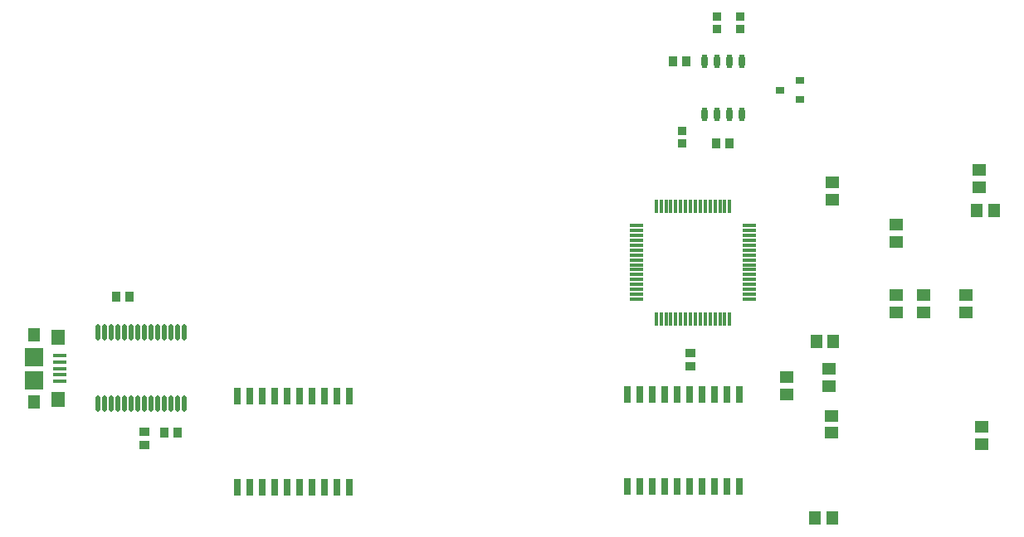
<source format=gbr>
%TF.GenerationSoftware,Altium Limited,Altium Designer,18.1.9 (240)*%
G04 Layer_Color=128*
%FSLAX26Y26*%
%MOIN*%
%TF.FileFunction,Paste,Bot*%
%TF.Part,Single*%
G01*
G75*
%TA.AperFunction,SMDPad,CuDef*%
%ADD12R,0.053150X0.045276*%
%ADD13R,0.045276X0.053150*%
%ADD17R,0.025591X0.068898*%
%ADD18R,0.035433X0.039370*%
%ADD21R,0.039370X0.035433*%
%ADD23R,0.035433X0.031496*%
%ADD24R,0.037402X0.033465*%
%ADD25O,0.023622X0.057087*%
%ADD59O,0.019685X0.064961*%
%ADD60R,0.074803X0.074803*%
%TA.AperFunction,ConnectorPad*%
%ADD61R,0.051181X0.057087*%
%ADD62R,0.055118X0.062992*%
%ADD63R,0.053150X0.015748*%
%TA.AperFunction,SMDPad,CuDef*%
%ADD64R,0.011811X0.053150*%
%ADD65R,0.053150X0.011811*%
D12*
X11025000Y3841102D02*
D03*
Y3910000D02*
D03*
X10845000Y3996102D02*
D03*
Y4065000D02*
D03*
X11620000Y4830551D02*
D03*
Y4899449D02*
D03*
X11285000Y4394449D02*
D03*
Y4325551D02*
D03*
Y4677402D02*
D03*
Y4608504D02*
D03*
X11030000Y4780551D02*
D03*
Y4849449D02*
D03*
X11565000Y4325551D02*
D03*
Y4394449D02*
D03*
X11015551Y4099449D02*
D03*
Y4030551D02*
D03*
X11395000Y4325551D02*
D03*
Y4394449D02*
D03*
X11630000Y3864449D02*
D03*
Y3795551D02*
D03*
D13*
X11679449Y4735000D02*
D03*
X11610551D02*
D03*
X10965551Y4210000D02*
D03*
X11034449D02*
D03*
X10960551Y3500394D02*
D03*
X11029449D02*
D03*
D17*
X8640000Y3989055D02*
D03*
X8690000D02*
D03*
X8740000D02*
D03*
X8790000D02*
D03*
X8840000D02*
D03*
X8890000D02*
D03*
X8940000D02*
D03*
X8990000D02*
D03*
X9040000D02*
D03*
X9090000D02*
D03*
X8640000Y3620945D02*
D03*
X8690000D02*
D03*
X8740000D02*
D03*
X8790000D02*
D03*
X8840000D02*
D03*
X8890000D02*
D03*
X8940000D02*
D03*
X8990000D02*
D03*
X9040000D02*
D03*
X9090000D02*
D03*
X10205000Y3994055D02*
D03*
X10255000D02*
D03*
X10305000D02*
D03*
X10355000D02*
D03*
X10405000D02*
D03*
X10455000D02*
D03*
X10505000D02*
D03*
X10555000D02*
D03*
X10605000D02*
D03*
X10655000D02*
D03*
X10205000Y3625945D02*
D03*
X10255000D02*
D03*
X10305000D02*
D03*
X10355000D02*
D03*
X10405000D02*
D03*
X10455000D02*
D03*
X10505000D02*
D03*
X10555000D02*
D03*
X10605000D02*
D03*
X10655000D02*
D03*
D18*
X8153425Y4390000D02*
D03*
X8206575D02*
D03*
X8345591Y3841181D02*
D03*
X8398740D02*
D03*
X10441575Y5335000D02*
D03*
X10388425D02*
D03*
X10563425Y5005000D02*
D03*
X10616575D02*
D03*
D21*
X8267165Y3846575D02*
D03*
Y3793425D02*
D03*
X10460000Y4161575D02*
D03*
Y4108425D02*
D03*
D23*
X10820000Y5220000D02*
D03*
X10898740Y5182599D02*
D03*
Y5257402D02*
D03*
D24*
X10660000Y5515591D02*
D03*
Y5464409D02*
D03*
X10565000Y5464409D02*
D03*
Y5515591D02*
D03*
X10425000Y5004409D02*
D03*
Y5055591D02*
D03*
D25*
X10515000Y5337283D02*
D03*
X10565000D02*
D03*
X10615000D02*
D03*
X10665000D02*
D03*
X10515000Y5122717D02*
D03*
X10565000D02*
D03*
X10615000D02*
D03*
X10665000D02*
D03*
D59*
X8080551Y4244921D02*
D03*
X8107165D02*
D03*
X8133779D02*
D03*
X8160394D02*
D03*
X8187008D02*
D03*
X8213622D02*
D03*
X8240236D02*
D03*
X8266850D02*
D03*
X8293465D02*
D03*
X8320079D02*
D03*
X8346693D02*
D03*
X8373307D02*
D03*
X8399921D02*
D03*
X8426535D02*
D03*
X8080551Y3959488D02*
D03*
X8107165D02*
D03*
X8133779D02*
D03*
X8160394D02*
D03*
X8187008D02*
D03*
X8213622D02*
D03*
X8240236D02*
D03*
X8266850D02*
D03*
X8293465D02*
D03*
X8320079D02*
D03*
X8346693D02*
D03*
X8373307D02*
D03*
X8399921D02*
D03*
X8426535D02*
D03*
D60*
X7821850Y4147244D02*
D03*
Y4052756D02*
D03*
D61*
Y4234842D02*
D03*
Y3965157D02*
D03*
D62*
X7918307Y4225984D02*
D03*
Y3974016D02*
D03*
D63*
X7927165Y4151181D02*
D03*
Y4125591D02*
D03*
Y4100000D02*
D03*
Y4074410D02*
D03*
Y4048819D02*
D03*
D64*
X10322362Y4753309D02*
D03*
X10342047D02*
D03*
X10361732D02*
D03*
X10381417D02*
D03*
X10401102D02*
D03*
X10420787D02*
D03*
X10440472D02*
D03*
X10460157D02*
D03*
X10479843D02*
D03*
X10499528D02*
D03*
X10519213D02*
D03*
X10538898D02*
D03*
X10558583D02*
D03*
X10578268D02*
D03*
X10597953D02*
D03*
X10617638D02*
D03*
Y4300553D02*
D03*
X10597953D02*
D03*
X10578268D02*
D03*
X10558583D02*
D03*
X10538898D02*
D03*
X10519213D02*
D03*
X10499528D02*
D03*
X10479843D02*
D03*
X10460157D02*
D03*
X10440472D02*
D03*
X10420787D02*
D03*
X10401102D02*
D03*
X10381417D02*
D03*
X10361732D02*
D03*
X10342047D02*
D03*
X10322362D02*
D03*
D65*
X10696378Y4674569D02*
D03*
Y4654884D02*
D03*
Y4635199D02*
D03*
Y4615514D02*
D03*
Y4595829D02*
D03*
Y4576144D02*
D03*
Y4556459D02*
D03*
Y4536774D02*
D03*
Y4517089D02*
D03*
Y4497404D02*
D03*
Y4477718D02*
D03*
Y4458033D02*
D03*
Y4438349D02*
D03*
Y4418663D02*
D03*
Y4398978D02*
D03*
Y4379293D02*
D03*
X10243622D02*
D03*
Y4398978D02*
D03*
Y4418663D02*
D03*
Y4438349D02*
D03*
Y4458033D02*
D03*
Y4477718D02*
D03*
Y4497404D02*
D03*
Y4517089D02*
D03*
Y4536774D02*
D03*
Y4556459D02*
D03*
Y4576144D02*
D03*
Y4595829D02*
D03*
Y4615514D02*
D03*
Y4635199D02*
D03*
Y4654884D02*
D03*
Y4674569D02*
D03*
%TF.MD5,24b7bf6ee25e08f3ec4de1f86f322d36*%
M02*

</source>
